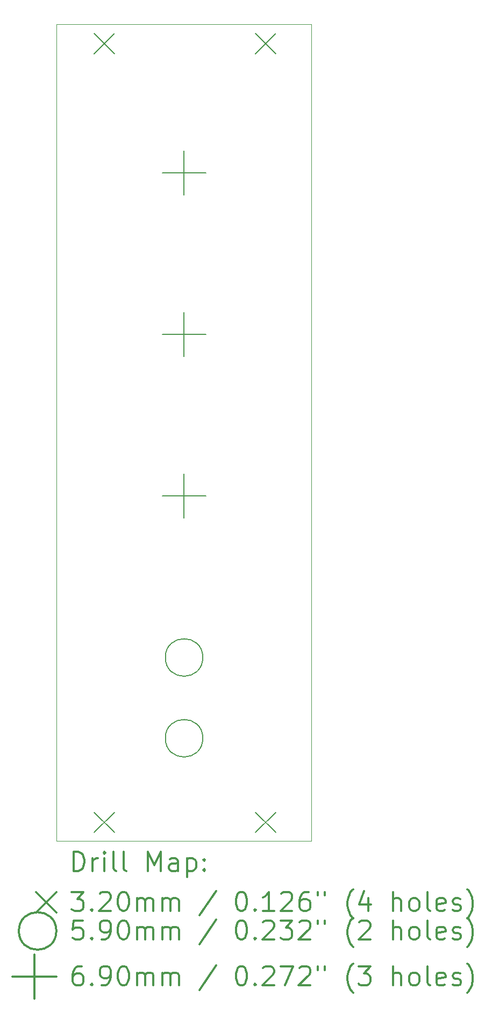
<source format=gbr>
%FSLAX45Y45*%
G04 Gerber Fmt 4.5, Leading zero omitted, Abs format (unit mm)*
G04 Created by KiCad (PCBNEW 4.0.7) date 05/31/19 08:20:37*
%MOMM*%
%LPD*%
G01*
G04 APERTURE LIST*
%ADD10C,0.127000*%
%ADD11C,0.100000*%
%ADD12C,0.200000*%
%ADD13C,0.300000*%
G04 APERTURE END LIST*
D10*
D11*
X9880600Y-17109440D02*
X9880600Y-4267200D01*
X5867400Y-17109440D02*
X5867400Y-4267200D01*
X5867400Y-17109440D02*
X9880600Y-17109440D01*
X5867400Y-4267200D02*
X9880600Y-4267200D01*
D12*
X6458224Y-4407936D02*
X6778224Y-4727936D01*
X6778224Y-4407936D02*
X6458224Y-4727936D01*
X6458224Y-16657848D02*
X6778224Y-16977848D01*
X6778224Y-16657848D02*
X6458224Y-16977848D01*
X8998224Y-4407936D02*
X9318224Y-4727936D01*
X9318224Y-4407936D02*
X8998224Y-4727936D01*
X8998224Y-16657848D02*
X9318224Y-16977848D01*
X9318224Y-16657848D02*
X8998224Y-16977848D01*
X8169000Y-14224000D02*
G75*
G03X8169000Y-14224000I-295000J0D01*
G01*
X8169000Y-15494000D02*
G75*
G03X8169000Y-15494000I-295000J0D01*
G01*
X7874000Y-6259000D02*
X7874000Y-6949000D01*
X7529000Y-6604000D02*
X8219000Y-6604000D01*
X7874000Y-8799000D02*
X7874000Y-9489000D01*
X7529000Y-9144000D02*
X8219000Y-9144000D01*
X7874000Y-11339000D02*
X7874000Y-12029000D01*
X7529000Y-11684000D02*
X8219000Y-11684000D01*
D13*
X6133828Y-17580154D02*
X6133828Y-17280154D01*
X6205257Y-17280154D01*
X6248114Y-17294440D01*
X6276686Y-17323012D01*
X6290971Y-17351583D01*
X6305257Y-17408726D01*
X6305257Y-17451583D01*
X6290971Y-17508726D01*
X6276686Y-17537297D01*
X6248114Y-17565869D01*
X6205257Y-17580154D01*
X6133828Y-17580154D01*
X6433828Y-17580154D02*
X6433828Y-17380154D01*
X6433828Y-17437297D02*
X6448114Y-17408726D01*
X6462400Y-17394440D01*
X6490971Y-17380154D01*
X6519543Y-17380154D01*
X6619543Y-17580154D02*
X6619543Y-17380154D01*
X6619543Y-17280154D02*
X6605257Y-17294440D01*
X6619543Y-17308726D01*
X6633828Y-17294440D01*
X6619543Y-17280154D01*
X6619543Y-17308726D01*
X6805257Y-17580154D02*
X6776686Y-17565869D01*
X6762400Y-17537297D01*
X6762400Y-17280154D01*
X6962400Y-17580154D02*
X6933828Y-17565869D01*
X6919543Y-17537297D01*
X6919543Y-17280154D01*
X7305257Y-17580154D02*
X7305257Y-17280154D01*
X7405257Y-17494440D01*
X7505257Y-17280154D01*
X7505257Y-17580154D01*
X7776686Y-17580154D02*
X7776686Y-17423012D01*
X7762400Y-17394440D01*
X7733828Y-17380154D01*
X7676686Y-17380154D01*
X7648114Y-17394440D01*
X7776686Y-17565869D02*
X7748114Y-17580154D01*
X7676686Y-17580154D01*
X7648114Y-17565869D01*
X7633828Y-17537297D01*
X7633828Y-17508726D01*
X7648114Y-17480154D01*
X7676686Y-17465869D01*
X7748114Y-17465869D01*
X7776686Y-17451583D01*
X7919543Y-17380154D02*
X7919543Y-17680154D01*
X7919543Y-17394440D02*
X7948114Y-17380154D01*
X8005257Y-17380154D01*
X8033828Y-17394440D01*
X8048114Y-17408726D01*
X8062400Y-17437297D01*
X8062400Y-17523012D01*
X8048114Y-17551583D01*
X8033828Y-17565869D01*
X8005257Y-17580154D01*
X7948114Y-17580154D01*
X7919543Y-17565869D01*
X8190971Y-17551583D02*
X8205257Y-17565869D01*
X8190971Y-17580154D01*
X8176686Y-17565869D01*
X8190971Y-17551583D01*
X8190971Y-17580154D01*
X8190971Y-17394440D02*
X8205257Y-17408726D01*
X8190971Y-17423012D01*
X8176686Y-17408726D01*
X8190971Y-17394440D01*
X8190971Y-17423012D01*
X5542400Y-17914440D02*
X5862400Y-18234440D01*
X5862400Y-17914440D02*
X5542400Y-18234440D01*
X6105257Y-17910154D02*
X6290971Y-17910154D01*
X6190971Y-18024440D01*
X6233828Y-18024440D01*
X6262400Y-18038726D01*
X6276686Y-18053012D01*
X6290971Y-18081583D01*
X6290971Y-18153012D01*
X6276686Y-18181583D01*
X6262400Y-18195869D01*
X6233828Y-18210154D01*
X6148114Y-18210154D01*
X6119543Y-18195869D01*
X6105257Y-18181583D01*
X6419543Y-18181583D02*
X6433828Y-18195869D01*
X6419543Y-18210154D01*
X6405257Y-18195869D01*
X6419543Y-18181583D01*
X6419543Y-18210154D01*
X6548114Y-17938726D02*
X6562400Y-17924440D01*
X6590971Y-17910154D01*
X6662400Y-17910154D01*
X6690971Y-17924440D01*
X6705257Y-17938726D01*
X6719543Y-17967297D01*
X6719543Y-17995869D01*
X6705257Y-18038726D01*
X6533828Y-18210154D01*
X6719543Y-18210154D01*
X6905257Y-17910154D02*
X6933828Y-17910154D01*
X6962400Y-17924440D01*
X6976686Y-17938726D01*
X6990971Y-17967297D01*
X7005257Y-18024440D01*
X7005257Y-18095869D01*
X6990971Y-18153012D01*
X6976686Y-18181583D01*
X6962400Y-18195869D01*
X6933828Y-18210154D01*
X6905257Y-18210154D01*
X6876686Y-18195869D01*
X6862400Y-18181583D01*
X6848114Y-18153012D01*
X6833828Y-18095869D01*
X6833828Y-18024440D01*
X6848114Y-17967297D01*
X6862400Y-17938726D01*
X6876686Y-17924440D01*
X6905257Y-17910154D01*
X7133828Y-18210154D02*
X7133828Y-18010154D01*
X7133828Y-18038726D02*
X7148114Y-18024440D01*
X7176686Y-18010154D01*
X7219543Y-18010154D01*
X7248114Y-18024440D01*
X7262400Y-18053012D01*
X7262400Y-18210154D01*
X7262400Y-18053012D02*
X7276686Y-18024440D01*
X7305257Y-18010154D01*
X7348114Y-18010154D01*
X7376686Y-18024440D01*
X7390971Y-18053012D01*
X7390971Y-18210154D01*
X7533828Y-18210154D02*
X7533828Y-18010154D01*
X7533828Y-18038726D02*
X7548114Y-18024440D01*
X7576686Y-18010154D01*
X7619543Y-18010154D01*
X7648114Y-18024440D01*
X7662400Y-18053012D01*
X7662400Y-18210154D01*
X7662400Y-18053012D02*
X7676686Y-18024440D01*
X7705257Y-18010154D01*
X7748114Y-18010154D01*
X7776686Y-18024440D01*
X7790971Y-18053012D01*
X7790971Y-18210154D01*
X8376686Y-17895869D02*
X8119543Y-18281583D01*
X8762400Y-17910154D02*
X8790971Y-17910154D01*
X8819543Y-17924440D01*
X8833828Y-17938726D01*
X8848114Y-17967297D01*
X8862400Y-18024440D01*
X8862400Y-18095869D01*
X8848114Y-18153012D01*
X8833828Y-18181583D01*
X8819543Y-18195869D01*
X8790971Y-18210154D01*
X8762400Y-18210154D01*
X8733828Y-18195869D01*
X8719543Y-18181583D01*
X8705257Y-18153012D01*
X8690971Y-18095869D01*
X8690971Y-18024440D01*
X8705257Y-17967297D01*
X8719543Y-17938726D01*
X8733828Y-17924440D01*
X8762400Y-17910154D01*
X8990971Y-18181583D02*
X9005257Y-18195869D01*
X8990971Y-18210154D01*
X8976686Y-18195869D01*
X8990971Y-18181583D01*
X8990971Y-18210154D01*
X9290971Y-18210154D02*
X9119543Y-18210154D01*
X9205257Y-18210154D02*
X9205257Y-17910154D01*
X9176686Y-17953012D01*
X9148114Y-17981583D01*
X9119543Y-17995869D01*
X9405257Y-17938726D02*
X9419543Y-17924440D01*
X9448114Y-17910154D01*
X9519543Y-17910154D01*
X9548114Y-17924440D01*
X9562400Y-17938726D01*
X9576686Y-17967297D01*
X9576686Y-17995869D01*
X9562400Y-18038726D01*
X9390971Y-18210154D01*
X9576686Y-18210154D01*
X9833828Y-17910154D02*
X9776686Y-17910154D01*
X9748114Y-17924440D01*
X9733828Y-17938726D01*
X9705257Y-17981583D01*
X9690971Y-18038726D01*
X9690971Y-18153012D01*
X9705257Y-18181583D01*
X9719543Y-18195869D01*
X9748114Y-18210154D01*
X9805257Y-18210154D01*
X9833828Y-18195869D01*
X9848114Y-18181583D01*
X9862400Y-18153012D01*
X9862400Y-18081583D01*
X9848114Y-18053012D01*
X9833828Y-18038726D01*
X9805257Y-18024440D01*
X9748114Y-18024440D01*
X9719543Y-18038726D01*
X9705257Y-18053012D01*
X9690971Y-18081583D01*
X9976686Y-17910154D02*
X9976686Y-17967297D01*
X10090971Y-17910154D02*
X10090971Y-17967297D01*
X10533828Y-18324440D02*
X10519543Y-18310154D01*
X10490971Y-18267297D01*
X10476686Y-18238726D01*
X10462400Y-18195869D01*
X10448114Y-18124440D01*
X10448114Y-18067297D01*
X10462400Y-17995869D01*
X10476686Y-17953012D01*
X10490971Y-17924440D01*
X10519543Y-17881583D01*
X10533828Y-17867297D01*
X10776686Y-18010154D02*
X10776686Y-18210154D01*
X10705257Y-17895869D02*
X10633828Y-18110154D01*
X10819543Y-18110154D01*
X11162400Y-18210154D02*
X11162400Y-17910154D01*
X11290971Y-18210154D02*
X11290971Y-18053012D01*
X11276685Y-18024440D01*
X11248114Y-18010154D01*
X11205257Y-18010154D01*
X11176686Y-18024440D01*
X11162400Y-18038726D01*
X11476685Y-18210154D02*
X11448114Y-18195869D01*
X11433828Y-18181583D01*
X11419543Y-18153012D01*
X11419543Y-18067297D01*
X11433828Y-18038726D01*
X11448114Y-18024440D01*
X11476685Y-18010154D01*
X11519543Y-18010154D01*
X11548114Y-18024440D01*
X11562400Y-18038726D01*
X11576685Y-18067297D01*
X11576685Y-18153012D01*
X11562400Y-18181583D01*
X11548114Y-18195869D01*
X11519543Y-18210154D01*
X11476685Y-18210154D01*
X11748114Y-18210154D02*
X11719543Y-18195869D01*
X11705257Y-18167297D01*
X11705257Y-17910154D01*
X11976686Y-18195869D02*
X11948114Y-18210154D01*
X11890971Y-18210154D01*
X11862400Y-18195869D01*
X11848114Y-18167297D01*
X11848114Y-18053012D01*
X11862400Y-18024440D01*
X11890971Y-18010154D01*
X11948114Y-18010154D01*
X11976686Y-18024440D01*
X11990971Y-18053012D01*
X11990971Y-18081583D01*
X11848114Y-18110154D01*
X12105257Y-18195869D02*
X12133828Y-18210154D01*
X12190971Y-18210154D01*
X12219543Y-18195869D01*
X12233828Y-18167297D01*
X12233828Y-18153012D01*
X12219543Y-18124440D01*
X12190971Y-18110154D01*
X12148114Y-18110154D01*
X12119543Y-18095869D01*
X12105257Y-18067297D01*
X12105257Y-18053012D01*
X12119543Y-18024440D01*
X12148114Y-18010154D01*
X12190971Y-18010154D01*
X12219543Y-18024440D01*
X12333828Y-18324440D02*
X12348114Y-18310154D01*
X12376686Y-18267297D01*
X12390971Y-18238726D01*
X12405257Y-18195869D01*
X12419543Y-18124440D01*
X12419543Y-18067297D01*
X12405257Y-17995869D01*
X12390971Y-17953012D01*
X12376686Y-17924440D01*
X12348114Y-17881583D01*
X12333828Y-17867297D01*
X5862400Y-18524440D02*
G75*
G03X5862400Y-18524440I-295000J0D01*
G01*
X6276686Y-18360154D02*
X6133828Y-18360154D01*
X6119543Y-18503012D01*
X6133828Y-18488726D01*
X6162400Y-18474440D01*
X6233828Y-18474440D01*
X6262400Y-18488726D01*
X6276686Y-18503012D01*
X6290971Y-18531583D01*
X6290971Y-18603012D01*
X6276686Y-18631583D01*
X6262400Y-18645869D01*
X6233828Y-18660154D01*
X6162400Y-18660154D01*
X6133828Y-18645869D01*
X6119543Y-18631583D01*
X6419543Y-18631583D02*
X6433828Y-18645869D01*
X6419543Y-18660154D01*
X6405257Y-18645869D01*
X6419543Y-18631583D01*
X6419543Y-18660154D01*
X6576686Y-18660154D02*
X6633828Y-18660154D01*
X6662400Y-18645869D01*
X6676686Y-18631583D01*
X6705257Y-18588726D01*
X6719543Y-18531583D01*
X6719543Y-18417297D01*
X6705257Y-18388726D01*
X6690971Y-18374440D01*
X6662400Y-18360154D01*
X6605257Y-18360154D01*
X6576686Y-18374440D01*
X6562400Y-18388726D01*
X6548114Y-18417297D01*
X6548114Y-18488726D01*
X6562400Y-18517297D01*
X6576686Y-18531583D01*
X6605257Y-18545869D01*
X6662400Y-18545869D01*
X6690971Y-18531583D01*
X6705257Y-18517297D01*
X6719543Y-18488726D01*
X6905257Y-18360154D02*
X6933828Y-18360154D01*
X6962400Y-18374440D01*
X6976686Y-18388726D01*
X6990971Y-18417297D01*
X7005257Y-18474440D01*
X7005257Y-18545869D01*
X6990971Y-18603012D01*
X6976686Y-18631583D01*
X6962400Y-18645869D01*
X6933828Y-18660154D01*
X6905257Y-18660154D01*
X6876686Y-18645869D01*
X6862400Y-18631583D01*
X6848114Y-18603012D01*
X6833828Y-18545869D01*
X6833828Y-18474440D01*
X6848114Y-18417297D01*
X6862400Y-18388726D01*
X6876686Y-18374440D01*
X6905257Y-18360154D01*
X7133828Y-18660154D02*
X7133828Y-18460154D01*
X7133828Y-18488726D02*
X7148114Y-18474440D01*
X7176686Y-18460154D01*
X7219543Y-18460154D01*
X7248114Y-18474440D01*
X7262400Y-18503012D01*
X7262400Y-18660154D01*
X7262400Y-18503012D02*
X7276686Y-18474440D01*
X7305257Y-18460154D01*
X7348114Y-18460154D01*
X7376686Y-18474440D01*
X7390971Y-18503012D01*
X7390971Y-18660154D01*
X7533828Y-18660154D02*
X7533828Y-18460154D01*
X7533828Y-18488726D02*
X7548114Y-18474440D01*
X7576686Y-18460154D01*
X7619543Y-18460154D01*
X7648114Y-18474440D01*
X7662400Y-18503012D01*
X7662400Y-18660154D01*
X7662400Y-18503012D02*
X7676686Y-18474440D01*
X7705257Y-18460154D01*
X7748114Y-18460154D01*
X7776686Y-18474440D01*
X7790971Y-18503012D01*
X7790971Y-18660154D01*
X8376686Y-18345869D02*
X8119543Y-18731583D01*
X8762400Y-18360154D02*
X8790971Y-18360154D01*
X8819543Y-18374440D01*
X8833828Y-18388726D01*
X8848114Y-18417297D01*
X8862400Y-18474440D01*
X8862400Y-18545869D01*
X8848114Y-18603012D01*
X8833828Y-18631583D01*
X8819543Y-18645869D01*
X8790971Y-18660154D01*
X8762400Y-18660154D01*
X8733828Y-18645869D01*
X8719543Y-18631583D01*
X8705257Y-18603012D01*
X8690971Y-18545869D01*
X8690971Y-18474440D01*
X8705257Y-18417297D01*
X8719543Y-18388726D01*
X8733828Y-18374440D01*
X8762400Y-18360154D01*
X8990971Y-18631583D02*
X9005257Y-18645869D01*
X8990971Y-18660154D01*
X8976686Y-18645869D01*
X8990971Y-18631583D01*
X8990971Y-18660154D01*
X9119543Y-18388726D02*
X9133828Y-18374440D01*
X9162400Y-18360154D01*
X9233828Y-18360154D01*
X9262400Y-18374440D01*
X9276686Y-18388726D01*
X9290971Y-18417297D01*
X9290971Y-18445869D01*
X9276686Y-18488726D01*
X9105257Y-18660154D01*
X9290971Y-18660154D01*
X9390971Y-18360154D02*
X9576686Y-18360154D01*
X9476686Y-18474440D01*
X9519543Y-18474440D01*
X9548114Y-18488726D01*
X9562400Y-18503012D01*
X9576686Y-18531583D01*
X9576686Y-18603012D01*
X9562400Y-18631583D01*
X9548114Y-18645869D01*
X9519543Y-18660154D01*
X9433828Y-18660154D01*
X9405257Y-18645869D01*
X9390971Y-18631583D01*
X9690971Y-18388726D02*
X9705257Y-18374440D01*
X9733828Y-18360154D01*
X9805257Y-18360154D01*
X9833828Y-18374440D01*
X9848114Y-18388726D01*
X9862400Y-18417297D01*
X9862400Y-18445869D01*
X9848114Y-18488726D01*
X9676686Y-18660154D01*
X9862400Y-18660154D01*
X9976686Y-18360154D02*
X9976686Y-18417297D01*
X10090971Y-18360154D02*
X10090971Y-18417297D01*
X10533828Y-18774440D02*
X10519543Y-18760154D01*
X10490971Y-18717297D01*
X10476686Y-18688726D01*
X10462400Y-18645869D01*
X10448114Y-18574440D01*
X10448114Y-18517297D01*
X10462400Y-18445869D01*
X10476686Y-18403012D01*
X10490971Y-18374440D01*
X10519543Y-18331583D01*
X10533828Y-18317297D01*
X10633828Y-18388726D02*
X10648114Y-18374440D01*
X10676686Y-18360154D01*
X10748114Y-18360154D01*
X10776686Y-18374440D01*
X10790971Y-18388726D01*
X10805257Y-18417297D01*
X10805257Y-18445869D01*
X10790971Y-18488726D01*
X10619543Y-18660154D01*
X10805257Y-18660154D01*
X11162400Y-18660154D02*
X11162400Y-18360154D01*
X11290971Y-18660154D02*
X11290971Y-18503012D01*
X11276685Y-18474440D01*
X11248114Y-18460154D01*
X11205257Y-18460154D01*
X11176686Y-18474440D01*
X11162400Y-18488726D01*
X11476685Y-18660154D02*
X11448114Y-18645869D01*
X11433828Y-18631583D01*
X11419543Y-18603012D01*
X11419543Y-18517297D01*
X11433828Y-18488726D01*
X11448114Y-18474440D01*
X11476685Y-18460154D01*
X11519543Y-18460154D01*
X11548114Y-18474440D01*
X11562400Y-18488726D01*
X11576685Y-18517297D01*
X11576685Y-18603012D01*
X11562400Y-18631583D01*
X11548114Y-18645869D01*
X11519543Y-18660154D01*
X11476685Y-18660154D01*
X11748114Y-18660154D02*
X11719543Y-18645869D01*
X11705257Y-18617297D01*
X11705257Y-18360154D01*
X11976686Y-18645869D02*
X11948114Y-18660154D01*
X11890971Y-18660154D01*
X11862400Y-18645869D01*
X11848114Y-18617297D01*
X11848114Y-18503012D01*
X11862400Y-18474440D01*
X11890971Y-18460154D01*
X11948114Y-18460154D01*
X11976686Y-18474440D01*
X11990971Y-18503012D01*
X11990971Y-18531583D01*
X11848114Y-18560154D01*
X12105257Y-18645869D02*
X12133828Y-18660154D01*
X12190971Y-18660154D01*
X12219543Y-18645869D01*
X12233828Y-18617297D01*
X12233828Y-18603012D01*
X12219543Y-18574440D01*
X12190971Y-18560154D01*
X12148114Y-18560154D01*
X12119543Y-18545869D01*
X12105257Y-18517297D01*
X12105257Y-18503012D01*
X12119543Y-18474440D01*
X12148114Y-18460154D01*
X12190971Y-18460154D01*
X12219543Y-18474440D01*
X12333828Y-18774440D02*
X12348114Y-18760154D01*
X12376686Y-18717297D01*
X12390971Y-18688726D01*
X12405257Y-18645869D01*
X12419543Y-18574440D01*
X12419543Y-18517297D01*
X12405257Y-18445869D01*
X12390971Y-18403012D01*
X12376686Y-18374440D01*
X12348114Y-18331583D01*
X12333828Y-18317297D01*
X5517400Y-18899440D02*
X5517400Y-19589440D01*
X5172400Y-19244440D02*
X5862400Y-19244440D01*
X6262400Y-19080154D02*
X6205257Y-19080154D01*
X6176686Y-19094440D01*
X6162400Y-19108726D01*
X6133828Y-19151583D01*
X6119543Y-19208726D01*
X6119543Y-19323012D01*
X6133828Y-19351583D01*
X6148114Y-19365869D01*
X6176686Y-19380154D01*
X6233828Y-19380154D01*
X6262400Y-19365869D01*
X6276686Y-19351583D01*
X6290971Y-19323012D01*
X6290971Y-19251583D01*
X6276686Y-19223012D01*
X6262400Y-19208726D01*
X6233828Y-19194440D01*
X6176686Y-19194440D01*
X6148114Y-19208726D01*
X6133828Y-19223012D01*
X6119543Y-19251583D01*
X6419543Y-19351583D02*
X6433828Y-19365869D01*
X6419543Y-19380154D01*
X6405257Y-19365869D01*
X6419543Y-19351583D01*
X6419543Y-19380154D01*
X6576686Y-19380154D02*
X6633828Y-19380154D01*
X6662400Y-19365869D01*
X6676686Y-19351583D01*
X6705257Y-19308726D01*
X6719543Y-19251583D01*
X6719543Y-19137297D01*
X6705257Y-19108726D01*
X6690971Y-19094440D01*
X6662400Y-19080154D01*
X6605257Y-19080154D01*
X6576686Y-19094440D01*
X6562400Y-19108726D01*
X6548114Y-19137297D01*
X6548114Y-19208726D01*
X6562400Y-19237297D01*
X6576686Y-19251583D01*
X6605257Y-19265869D01*
X6662400Y-19265869D01*
X6690971Y-19251583D01*
X6705257Y-19237297D01*
X6719543Y-19208726D01*
X6905257Y-19080154D02*
X6933828Y-19080154D01*
X6962400Y-19094440D01*
X6976686Y-19108726D01*
X6990971Y-19137297D01*
X7005257Y-19194440D01*
X7005257Y-19265869D01*
X6990971Y-19323012D01*
X6976686Y-19351583D01*
X6962400Y-19365869D01*
X6933828Y-19380154D01*
X6905257Y-19380154D01*
X6876686Y-19365869D01*
X6862400Y-19351583D01*
X6848114Y-19323012D01*
X6833828Y-19265869D01*
X6833828Y-19194440D01*
X6848114Y-19137297D01*
X6862400Y-19108726D01*
X6876686Y-19094440D01*
X6905257Y-19080154D01*
X7133828Y-19380154D02*
X7133828Y-19180154D01*
X7133828Y-19208726D02*
X7148114Y-19194440D01*
X7176686Y-19180154D01*
X7219543Y-19180154D01*
X7248114Y-19194440D01*
X7262400Y-19223012D01*
X7262400Y-19380154D01*
X7262400Y-19223012D02*
X7276686Y-19194440D01*
X7305257Y-19180154D01*
X7348114Y-19180154D01*
X7376686Y-19194440D01*
X7390971Y-19223012D01*
X7390971Y-19380154D01*
X7533828Y-19380154D02*
X7533828Y-19180154D01*
X7533828Y-19208726D02*
X7548114Y-19194440D01*
X7576686Y-19180154D01*
X7619543Y-19180154D01*
X7648114Y-19194440D01*
X7662400Y-19223012D01*
X7662400Y-19380154D01*
X7662400Y-19223012D02*
X7676686Y-19194440D01*
X7705257Y-19180154D01*
X7748114Y-19180154D01*
X7776686Y-19194440D01*
X7790971Y-19223012D01*
X7790971Y-19380154D01*
X8376686Y-19065869D02*
X8119543Y-19451583D01*
X8762400Y-19080154D02*
X8790971Y-19080154D01*
X8819543Y-19094440D01*
X8833828Y-19108726D01*
X8848114Y-19137297D01*
X8862400Y-19194440D01*
X8862400Y-19265869D01*
X8848114Y-19323012D01*
X8833828Y-19351583D01*
X8819543Y-19365869D01*
X8790971Y-19380154D01*
X8762400Y-19380154D01*
X8733828Y-19365869D01*
X8719543Y-19351583D01*
X8705257Y-19323012D01*
X8690971Y-19265869D01*
X8690971Y-19194440D01*
X8705257Y-19137297D01*
X8719543Y-19108726D01*
X8733828Y-19094440D01*
X8762400Y-19080154D01*
X8990971Y-19351583D02*
X9005257Y-19365869D01*
X8990971Y-19380154D01*
X8976686Y-19365869D01*
X8990971Y-19351583D01*
X8990971Y-19380154D01*
X9119543Y-19108726D02*
X9133828Y-19094440D01*
X9162400Y-19080154D01*
X9233828Y-19080154D01*
X9262400Y-19094440D01*
X9276686Y-19108726D01*
X9290971Y-19137297D01*
X9290971Y-19165869D01*
X9276686Y-19208726D01*
X9105257Y-19380154D01*
X9290971Y-19380154D01*
X9390971Y-19080154D02*
X9590971Y-19080154D01*
X9462400Y-19380154D01*
X9690971Y-19108726D02*
X9705257Y-19094440D01*
X9733828Y-19080154D01*
X9805257Y-19080154D01*
X9833828Y-19094440D01*
X9848114Y-19108726D01*
X9862400Y-19137297D01*
X9862400Y-19165869D01*
X9848114Y-19208726D01*
X9676686Y-19380154D01*
X9862400Y-19380154D01*
X9976686Y-19080154D02*
X9976686Y-19137297D01*
X10090971Y-19080154D02*
X10090971Y-19137297D01*
X10533828Y-19494440D02*
X10519543Y-19480154D01*
X10490971Y-19437297D01*
X10476686Y-19408726D01*
X10462400Y-19365869D01*
X10448114Y-19294440D01*
X10448114Y-19237297D01*
X10462400Y-19165869D01*
X10476686Y-19123012D01*
X10490971Y-19094440D01*
X10519543Y-19051583D01*
X10533828Y-19037297D01*
X10619543Y-19080154D02*
X10805257Y-19080154D01*
X10705257Y-19194440D01*
X10748114Y-19194440D01*
X10776686Y-19208726D01*
X10790971Y-19223012D01*
X10805257Y-19251583D01*
X10805257Y-19323012D01*
X10790971Y-19351583D01*
X10776686Y-19365869D01*
X10748114Y-19380154D01*
X10662400Y-19380154D01*
X10633828Y-19365869D01*
X10619543Y-19351583D01*
X11162400Y-19380154D02*
X11162400Y-19080154D01*
X11290971Y-19380154D02*
X11290971Y-19223012D01*
X11276685Y-19194440D01*
X11248114Y-19180154D01*
X11205257Y-19180154D01*
X11176686Y-19194440D01*
X11162400Y-19208726D01*
X11476685Y-19380154D02*
X11448114Y-19365869D01*
X11433828Y-19351583D01*
X11419543Y-19323012D01*
X11419543Y-19237297D01*
X11433828Y-19208726D01*
X11448114Y-19194440D01*
X11476685Y-19180154D01*
X11519543Y-19180154D01*
X11548114Y-19194440D01*
X11562400Y-19208726D01*
X11576685Y-19237297D01*
X11576685Y-19323012D01*
X11562400Y-19351583D01*
X11548114Y-19365869D01*
X11519543Y-19380154D01*
X11476685Y-19380154D01*
X11748114Y-19380154D02*
X11719543Y-19365869D01*
X11705257Y-19337297D01*
X11705257Y-19080154D01*
X11976686Y-19365869D02*
X11948114Y-19380154D01*
X11890971Y-19380154D01*
X11862400Y-19365869D01*
X11848114Y-19337297D01*
X11848114Y-19223012D01*
X11862400Y-19194440D01*
X11890971Y-19180154D01*
X11948114Y-19180154D01*
X11976686Y-19194440D01*
X11990971Y-19223012D01*
X11990971Y-19251583D01*
X11848114Y-19280154D01*
X12105257Y-19365869D02*
X12133828Y-19380154D01*
X12190971Y-19380154D01*
X12219543Y-19365869D01*
X12233828Y-19337297D01*
X12233828Y-19323012D01*
X12219543Y-19294440D01*
X12190971Y-19280154D01*
X12148114Y-19280154D01*
X12119543Y-19265869D01*
X12105257Y-19237297D01*
X12105257Y-19223012D01*
X12119543Y-19194440D01*
X12148114Y-19180154D01*
X12190971Y-19180154D01*
X12219543Y-19194440D01*
X12333828Y-19494440D02*
X12348114Y-19480154D01*
X12376686Y-19437297D01*
X12390971Y-19408726D01*
X12405257Y-19365869D01*
X12419543Y-19294440D01*
X12419543Y-19237297D01*
X12405257Y-19165869D01*
X12390971Y-19123012D01*
X12376686Y-19094440D01*
X12348114Y-19051583D01*
X12333828Y-19037297D01*
M02*

</source>
